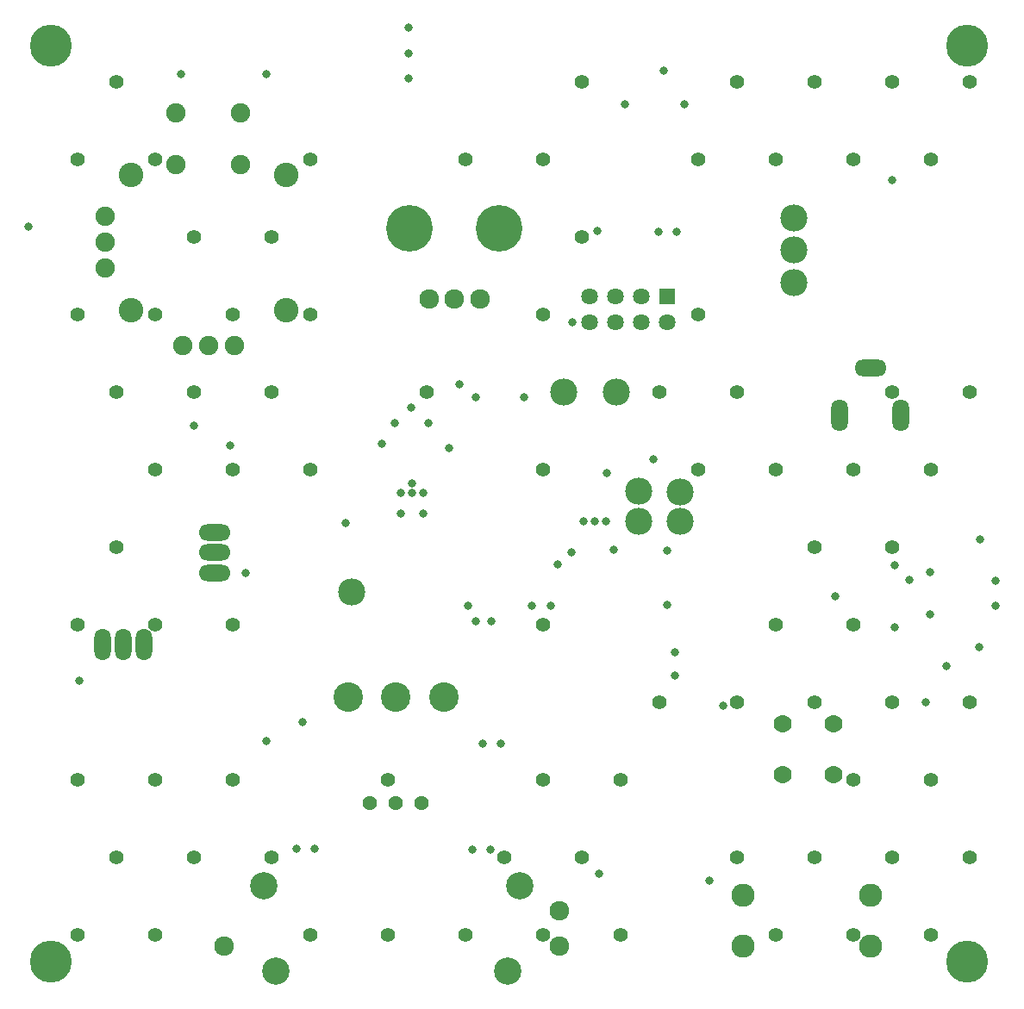
<source format=gbs>
G04*
G04 #@! TF.GenerationSoftware,Altium Limited,Altium Designer,20.1.12 (249)*
G04*
G04 Layer_Color=16711935*
%FSAX25Y25*%
%MOIN*%
G70*
G04*
G04 #@! TF.SameCoordinates,E615C54C-B037-43E9-BB6F-F1E88275B31A*
G04*
G04*
G04 #@! TF.FilePolarity,Negative*
G04*
G01*
G75*
%ADD62C,0.10500*%
%ADD63C,0.10539*%
%ADD64C,0.07587*%
%ADD65C,0.18059*%
%ADD66C,0.06957*%
%ADD67C,0.09000*%
%ADD68C,0.05618*%
%ADD69C,0.11425*%
%ADD70C,0.16248*%
%ADD71R,0.06406X0.06406*%
%ADD72C,0.06406*%
%ADD73O,0.12374X0.06437*%
%ADD74O,0.06437X0.12374*%
%ADD75C,0.03256*%
%ADD76C,0.07500*%
%ADD77C,0.09500*%
%ADD78O,0.12312X0.06406*%
%ADD79O,0.06406X0.12312*%
%ADD80C,0.05500*%
%ADD81C,0.03300*%
D62*
X0262750Y0201500D02*
D03*
Y0190000D02*
D03*
X0135750Y0162750D02*
D03*
X0247000Y0201750D02*
D03*
Y0190000D02*
D03*
X0307000Y0295000D02*
D03*
Y0307500D02*
D03*
Y0282500D02*
D03*
X0217750Y0240000D02*
D03*
X0238250D02*
D03*
D63*
X0101776Y0049071D02*
D03*
X0106500Y0016000D02*
D03*
X0196264D02*
D03*
X0200988Y0049071D02*
D03*
D64*
X0086421Y0025646D02*
D03*
X0216342Y0039425D02*
D03*
Y0025646D02*
D03*
X0185500Y0276000D02*
D03*
X0175657D02*
D03*
X0165815D02*
D03*
D65*
X0192980Y0303559D02*
D03*
X0158335D02*
D03*
D66*
X0322185Y0111772D02*
D03*
Y0092087D02*
D03*
X0302500D02*
D03*
Y0111772D02*
D03*
D67*
X0287394Y0025679D02*
D03*
Y0045365D02*
D03*
X0336606D02*
D03*
Y0025679D02*
D03*
D68*
X0143000Y0081000D02*
D03*
X0153000D02*
D03*
X0163000D02*
D03*
D69*
X0171504Y0122000D02*
D03*
X0153000D02*
D03*
X0134496D02*
D03*
D70*
X0374016Y0019685D02*
D03*
X0019685D02*
D03*
Y0374016D02*
D03*
X0374016D02*
D03*
D71*
X0258000Y0277000D02*
D03*
D72*
X0248000D02*
D03*
X0238000D02*
D03*
X0228000D02*
D03*
X0258000Y0267000D02*
D03*
X0248000D02*
D03*
X0238000D02*
D03*
X0228000D02*
D03*
D73*
X0336500Y0249500D02*
D03*
D74*
X0348311Y0230996D02*
D03*
X0324689D02*
D03*
D75*
X0359449Y0154104D02*
D03*
Y0170443D02*
D03*
D76*
X0068000Y0348000D02*
D03*
X0093000D02*
D03*
X0068000Y0328000D02*
D03*
X0093000D02*
D03*
X0070500Y0258000D02*
D03*
X0080500D02*
D03*
X0090500D02*
D03*
X0040500Y0308000D02*
D03*
Y0298000D02*
D03*
Y0288000D02*
D03*
D77*
X0050500Y0324250D02*
D03*
Y0271750D02*
D03*
X0110500D02*
D03*
Y0324250D02*
D03*
D78*
X0083000Y0178000D02*
D03*
Y0185874D02*
D03*
Y0170126D02*
D03*
D79*
X0047567Y0142567D02*
D03*
X0055441D02*
D03*
X0039693D02*
D03*
D80*
X0375000Y0240000D02*
D03*
X0360000Y0210000D02*
D03*
X0345000Y0240000D02*
D03*
X0330000Y0210000D02*
D03*
X0300000D02*
D03*
X0285000Y0240000D02*
D03*
X0375000Y0360000D02*
D03*
X0360000Y0330000D02*
D03*
X0375000Y0120000D02*
D03*
X0360000Y0090000D02*
D03*
X0375000Y0060000D02*
D03*
X0360000Y0030000D02*
D03*
X0345000Y0360000D02*
D03*
X0330000Y0330000D02*
D03*
X0345000Y0180000D02*
D03*
X0330000Y0150000D02*
D03*
X0345000Y0120000D02*
D03*
X0330000Y0090000D02*
D03*
X0345000Y0060000D02*
D03*
X0330000Y0030000D02*
D03*
X0315000Y0360000D02*
D03*
X0300000Y0330000D02*
D03*
X0315000Y0180000D02*
D03*
X0300000Y0150000D02*
D03*
X0315000Y0120000D02*
D03*
Y0060000D02*
D03*
X0300000Y0030000D02*
D03*
X0285000Y0360000D02*
D03*
X0270000Y0330000D02*
D03*
Y0270000D02*
D03*
Y0210000D02*
D03*
X0285000Y0120000D02*
D03*
Y0060000D02*
D03*
X0255000Y0240000D02*
D03*
Y0120000D02*
D03*
X0240000Y0090000D02*
D03*
Y0030000D02*
D03*
X0225000Y0360000D02*
D03*
X0210000Y0330000D02*
D03*
X0225000Y0300000D02*
D03*
X0210000Y0270000D02*
D03*
Y0210000D02*
D03*
Y0150000D02*
D03*
Y0090000D02*
D03*
X0225000Y0060000D02*
D03*
X0210000Y0030000D02*
D03*
X0180000Y0330000D02*
D03*
X0195000Y0060000D02*
D03*
X0180000Y0030000D02*
D03*
X0165000Y0240000D02*
D03*
X0150000Y0090000D02*
D03*
Y0030000D02*
D03*
X0120000Y0330000D02*
D03*
Y0270000D02*
D03*
Y0210000D02*
D03*
Y0030000D02*
D03*
X0105000Y0300000D02*
D03*
X0090000Y0270000D02*
D03*
X0105000Y0240000D02*
D03*
X0090000Y0210000D02*
D03*
Y0150000D02*
D03*
Y0090000D02*
D03*
X0105000Y0060000D02*
D03*
X0060000Y0330000D02*
D03*
X0075000Y0300000D02*
D03*
X0060000Y0270000D02*
D03*
X0075000Y0240000D02*
D03*
X0060000Y0210000D02*
D03*
Y0150000D02*
D03*
Y0090000D02*
D03*
X0075000Y0060000D02*
D03*
X0060000Y0030000D02*
D03*
X0045000Y0360000D02*
D03*
X0030000Y0330000D02*
D03*
Y0270000D02*
D03*
X0045000Y0240000D02*
D03*
Y0180000D02*
D03*
X0030000Y0150000D02*
D03*
Y0090000D02*
D03*
X0045000Y0060000D02*
D03*
X0030000Y0030000D02*
D03*
D81*
X0258000Y0157625D02*
D03*
Y0178750D02*
D03*
X0231625Y0053750D02*
D03*
X0237250Y0179000D02*
D03*
X0234250Y0190000D02*
D03*
X0229750D02*
D03*
X0225466Y0189998D02*
D03*
X0234500Y0208750D02*
D03*
X0173500Y0218500D02*
D03*
X0177500Y0243250D02*
D03*
X0221250Y0267000D02*
D03*
X0159250Y0204750D02*
D03*
X0163500Y0201000D02*
D03*
X0159250D02*
D03*
X0155000D02*
D03*
X0163500Y0193250D02*
D03*
X0155000D02*
D03*
X0379000Y0183000D02*
D03*
X0378500Y0141500D02*
D03*
X0279527Y0118655D02*
D03*
X0274250Y0051000D02*
D03*
X0117000Y0112500D02*
D03*
X0159000Y0234000D02*
D03*
X0165500Y0228000D02*
D03*
X0152500Y0228262D02*
D03*
X0256500Y0364500D02*
D03*
X0103000Y0363000D02*
D03*
X0221000Y0178000D02*
D03*
X0215500Y0173500D02*
D03*
X0147500Y0220000D02*
D03*
X0202725Y0238000D02*
D03*
X0345000Y0322000D02*
D03*
X0252500Y0214000D02*
D03*
X0345793Y0148997D02*
D03*
X0158000Y0361500D02*
D03*
X0089000Y0219500D02*
D03*
X0184000Y0151500D02*
D03*
X0190000D02*
D03*
X0158000Y0371000D02*
D03*
Y0381000D02*
D03*
X0261500Y0302000D02*
D03*
X0254743D02*
D03*
X0193524Y0104000D02*
D03*
X0103000Y0105000D02*
D03*
X0114500Y0063500D02*
D03*
X0189500Y0063000D02*
D03*
X0121709Y0063497D02*
D03*
X0182497Y0062997D02*
D03*
X0186497Y0103997D02*
D03*
X0030497Y0128497D02*
D03*
X0094997Y0169997D02*
D03*
X0074997Y0226997D02*
D03*
X0070000Y0363000D02*
D03*
X0010997Y0303997D02*
D03*
X0264500Y0351500D02*
D03*
X0241497Y0351497D02*
D03*
X0231000Y0302500D02*
D03*
X0385000Y0157500D02*
D03*
Y0167000D02*
D03*
X0366000Y0134000D02*
D03*
X0358000Y0120000D02*
D03*
X0351500Y0167500D02*
D03*
X0345796Y0173259D02*
D03*
X0322997Y0160997D02*
D03*
X0261000Y0139500D02*
D03*
Y0130500D02*
D03*
X0213000Y0157500D02*
D03*
X0205500D02*
D03*
X0181000D02*
D03*
X0133500Y0189500D02*
D03*
X0184000Y0238000D02*
D03*
M02*

</source>
